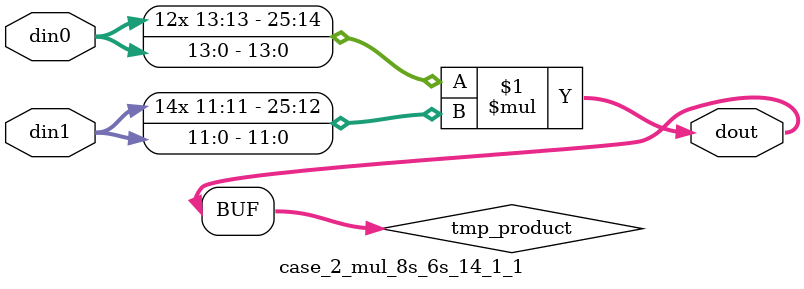
<source format=v>

`timescale 1 ns / 1 ps

 module case_2_mul_8s_6s_14_1_1(din0, din1, dout);
parameter ID = 1;
parameter NUM_STAGE = 0;
parameter din0_WIDTH = 14;
parameter din1_WIDTH = 12;
parameter dout_WIDTH = 26;

input [din0_WIDTH - 1 : 0] din0; 
input [din1_WIDTH - 1 : 0] din1; 
output [dout_WIDTH - 1 : 0] dout;

wire signed [dout_WIDTH - 1 : 0] tmp_product;



























assign tmp_product = $signed(din0) * $signed(din1);








assign dout = tmp_product;





















endmodule

</source>
